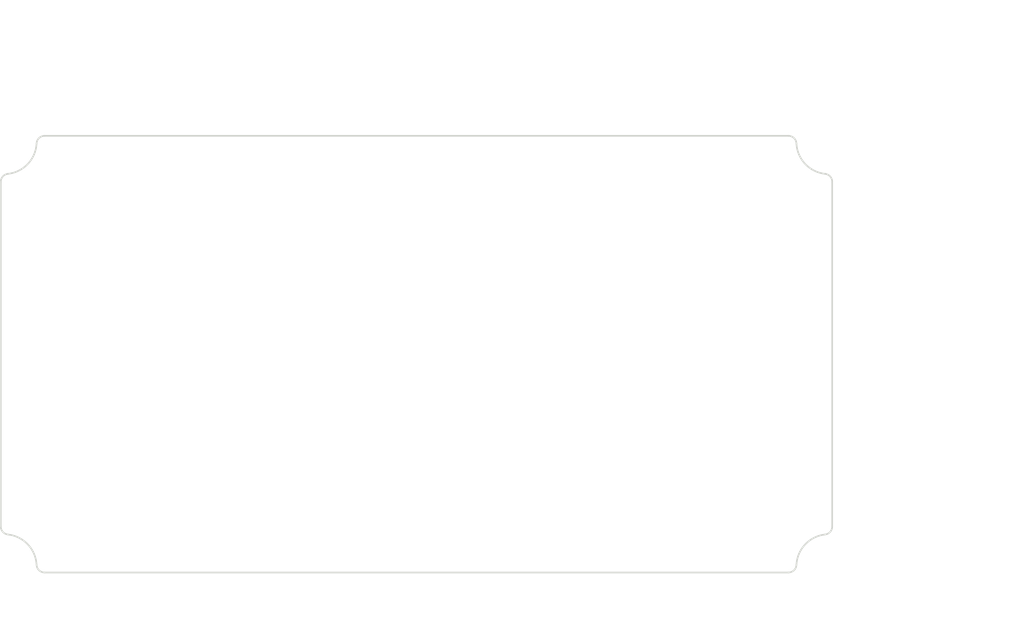
<source format=kicad_pcb>
(kicad_pcb (version 20171130) (host pcbnew "(5.1.0)-1")

  (general
    (thickness 1.6)
    (drawings 48)
    (tracks 0)
    (zones 0)
    (modules 0)
    (nets 1)
  )

  (page A4)
  (layers
    (0 F.Cu signal)
    (31 B.Cu signal)
    (32 B.Adhes user)
    (33 F.Adhes user)
    (34 B.Paste user)
    (35 F.Paste user)
    (36 B.SilkS user)
    (37 F.SilkS user)
    (38 B.Mask user)
    (39 F.Mask user)
    (40 Dwgs.User user)
    (41 Cmts.User user)
    (42 Eco1.User user)
    (43 Eco2.User user)
    (44 Edge.Cuts user)
    (45 Margin user)
    (46 B.CrtYd user)
    (47 F.CrtYd user)
    (48 B.Fab user)
    (49 F.Fab user)
  )

  (setup
    (last_trace_width 0.25)
    (trace_clearance 0.2)
    (zone_clearance 0.508)
    (zone_45_only no)
    (trace_min 0.2)
    (via_size 0.8)
    (via_drill 0.4)
    (via_min_size 0.4)
    (via_min_drill 0.3)
    (uvia_size 0.3)
    (uvia_drill 0.1)
    (uvias_allowed no)
    (uvia_min_size 0.2)
    (uvia_min_drill 0.1)
    (edge_width 0.05)
    (segment_width 0.2)
    (pcb_text_width 0.3)
    (pcb_text_size 1.5 1.5)
    (mod_edge_width 0.12)
    (mod_text_size 1 1)
    (mod_text_width 0.15)
    (pad_size 1.524 1.524)
    (pad_drill 0.762)
    (pad_to_mask_clearance 0.051)
    (solder_mask_min_width 0.25)
    (aux_axis_origin 0 0)
    (visible_elements FFFFFF7F)
    (pcbplotparams
      (layerselection 0x010fc_ffffffff)
      (usegerberextensions false)
      (usegerberattributes false)
      (usegerberadvancedattributes false)
      (creategerberjobfile false)
      (excludeedgelayer true)
      (linewidth 0.152400)
      (plotframeref false)
      (viasonmask false)
      (mode 1)
      (useauxorigin false)
      (hpglpennumber 1)
      (hpglpenspeed 20)
      (hpglpendiameter 15.000000)
      (psnegative false)
      (psa4output false)
      (plotreference true)
      (plotvalue true)
      (plotinvisibletext false)
      (padsonsilk false)
      (subtractmaskfromsilk false)
      (outputformat 1)
      (mirror false)
      (drillshape 1)
      (scaleselection 1)
      (outputdirectory ""))
  )

  (net 0 "")

  (net_class Default "This is the default net class."
    (clearance 0.2)
    (trace_width 0.25)
    (via_dia 0.8)
    (via_drill 0.4)
    (uvia_dia 0.3)
    (uvia_drill 0.1)
  )

  (gr_line (start 102.972173 73.134857) (end 195.385533 73.134857) (layer Edge.Cuts) (width 0.2))
  (gr_arc (start 102.972173 74.134857) (end 102.972173 73.134857) (angle -87.11504395) (layer Edge.Cuts) (width 0.2))
  (gr_arc (start 97.977311 73.883143) (end 98.418708 77.859922) (angle -80.78149443) (layer Edge.Cuts) (width 0.2))
  (gr_line (start 97.529025 78.853819) (end 97.529025 121.715551) (layer Edge.Cuts) (width 0.2))
  (gr_arc (start 98.529025 78.853819) (end 98.418708 77.859922) (angle -83.66645048) (layer Edge.Cuts) (width 0.2))
  (gr_arc (start 97.977311 126.686227) (end 101.97344 126.484844) (angle -80.78149443) (layer Edge.Cuts) (width 0.2))
  (gr_arc (start 102.972173 126.434513) (end 101.97344 126.484844) (angle -87.11504395) (layer Edge.Cuts) (width 0.2))
  (gr_arc (start 98.529025 121.715551) (end 97.529025 121.715551) (angle -83.66645048) (layer Edge.Cuts) (width 0.2))
  (gr_line (start 195.385533 127.434513) (end 102.972173 127.434513) (layer Edge.Cuts) (width 0.2))
  (gr_arc (start 195.385533 126.434513) (end 195.385533 127.434513) (angle -87.11504395) (layer Edge.Cuts) (width 0.2))
  (gr_arc (start 200.380395 126.686227) (end 199.938998 122.709448) (angle -80.78149443) (layer Edge.Cuts) (width 0.2))
  (gr_line (start 200.828681 121.715551) (end 200.828681 78.853819) (layer Edge.Cuts) (width 0.2))
  (gr_arc (start 199.828681 121.715551) (end 199.938998 122.709448) (angle -83.66645048) (layer Edge.Cuts) (width 0.2))
  (gr_arc (start 199.828681 78.853819) (end 200.828681 78.853819) (angle -83.66645048) (layer Edge.Cuts) (width 0.2))
  (gr_arc (start 200.380395 73.883143) (end 196.384266 74.084526) (angle -80.78149443) (layer Edge.Cuts) (width 0.2))
  (gr_arc (start 195.385533 74.134857) (end 196.384266 74.084526) (angle -87.11504395) (layer Edge.Cuts) (width 0.2))
  (gr_text [R0.04] (at 205.069802 133.971858) (layer Dwgs.User)
    (effects (font (size 1.7 1.53) (thickness 0.2125)))
  )
  (gr_text " R1.00" (at 205.069802 130.414422) (layer Dwgs.User)
    (effects (font (size 1.7 1.53) (thickness 0.2125)))
  )
  (gr_line (start 198.599031 132.082396) (end 196.869122 129.041995) (layer Dwgs.User) (width 0.2))
  (gr_line (start 200.599031 132.082396) (end 198.599031 132.082396) (layer Dwgs.User) (width 0.2))
  (gr_text [R0.16] (at 184.189549 118.994318) (layer Dwgs.User)
    (effects (font (size 1.7 1.53) (thickness 0.2125)))
  )
  (gr_text " R4.00" (at 184.189549 115.436883) (layer Dwgs.User)
    (effects (font (size 1.7 1.53) (thickness 0.2125)))
  )
  (gr_line (start 190.66032 117.104857) (end 196.106521 122.473341) (layer Dwgs.User) (width 0.2))
  (gr_line (start 188.66032 117.104857) (end 190.66032 117.104857) (layer Dwgs.User) (width 0.2))
  (gr_text [1.77] (at 208.434028 102.174146) (layer Dwgs.User)
    (effects (font (size 1.7 1.53) (thickness 0.2125)))
  )
  (gr_text " 44.85" (at 208.434028 98.616711) (layer Dwgs.User)
    (effects (font (size 1.7 1.53) (thickness 0.2125)))
  )
  (gr_line (start 208.434028 120.709448) (end 208.434028 103.84212) (layer Dwgs.User) (width 0.2))
  (gr_line (start 208.434028 79.859922) (end 208.434028 96.72725) (layer Dwgs.User) (width 0.2))
  (gr_line (start 200.938998 122.709448) (end 211.609028 122.709448) (layer Dwgs.User) (width 0.2))
  (gr_line (start 200.938998 77.859922) (end 211.609028 77.859922) (layer Dwgs.User) (width 0.2))
  (gr_text [3.72] (at 149.178853 69.173625) (layer Dwgs.User)
    (effects (font (size 1.7 1.53) (thickness 0.2125)))
  )
  (gr_text " 94.41" (at 149.178853 65.61619) (layer Dwgs.User)
    (effects (font (size 1.7 1.53) (thickness 0.2125)))
  )
  (gr_line (start 103.97344 67.284164) (end 145.295429 67.284164) (layer Dwgs.User) (width 0.2))
  (gr_line (start 194.384266 67.284164) (end 153.062277 67.284164) (layer Dwgs.User) (width 0.2))
  (gr_line (start 101.97344 73.084526) (end 101.97344 64.109164) (layer Dwgs.User) (width 0.2))
  (gr_line (start 196.384266 73.084526) (end 196.384266 64.109164) (layer Dwgs.User) (width 0.2))
  (gr_text [2.14] (at 220.641615 102.174146) (layer Dwgs.User)
    (effects (font (size 1.7 1.53) (thickness 0.2125)))
  )
  (gr_text " 54.30" (at 220.641615 98.616131) (layer Dwgs.User)
    (effects (font (size 1.7 1.53) (thickness 0.2125)))
  )
  (gr_line (start 220.641615 125.434513) (end 220.641615 103.8427) (layer Dwgs.User) (width 0.2))
  (gr_line (start 220.641615 75.134857) (end 220.641615 96.72667) (layer Dwgs.User) (width 0.2))
  (gr_line (start 196.385533 127.434513) (end 223.816615 127.434513) (layer Dwgs.User) (width 0.2))
  (gr_line (start 196.385533 73.134857) (end 223.816615 73.134857) (layer Dwgs.User) (width 0.2))
  (gr_text [4.07] (at 149.178853 61.410207) (layer Dwgs.User)
    (effects (font (size 1.7 1.53) (thickness 0.2125)))
  )
  (gr_text " 103.30" (at 149.178853 57.852192) (layer Dwgs.User)
    (effects (font (size 1.7 1.53) (thickness 0.2125)))
  )
  (gr_line (start 198.828681 59.520745) (end 153.883867 59.520745) (layer Dwgs.User) (width 0.2))
  (gr_line (start 99.529025 59.520745) (end 144.473839 59.520745) (layer Dwgs.User) (width 0.2))
  (gr_line (start 200.828681 77.853819) (end 200.828681 56.345745) (layer Dwgs.User) (width 0.2))
  (gr_line (start 97.529025 77.853819) (end 97.529025 56.345745) (layer Dwgs.User) (width 0.2))

)

</source>
